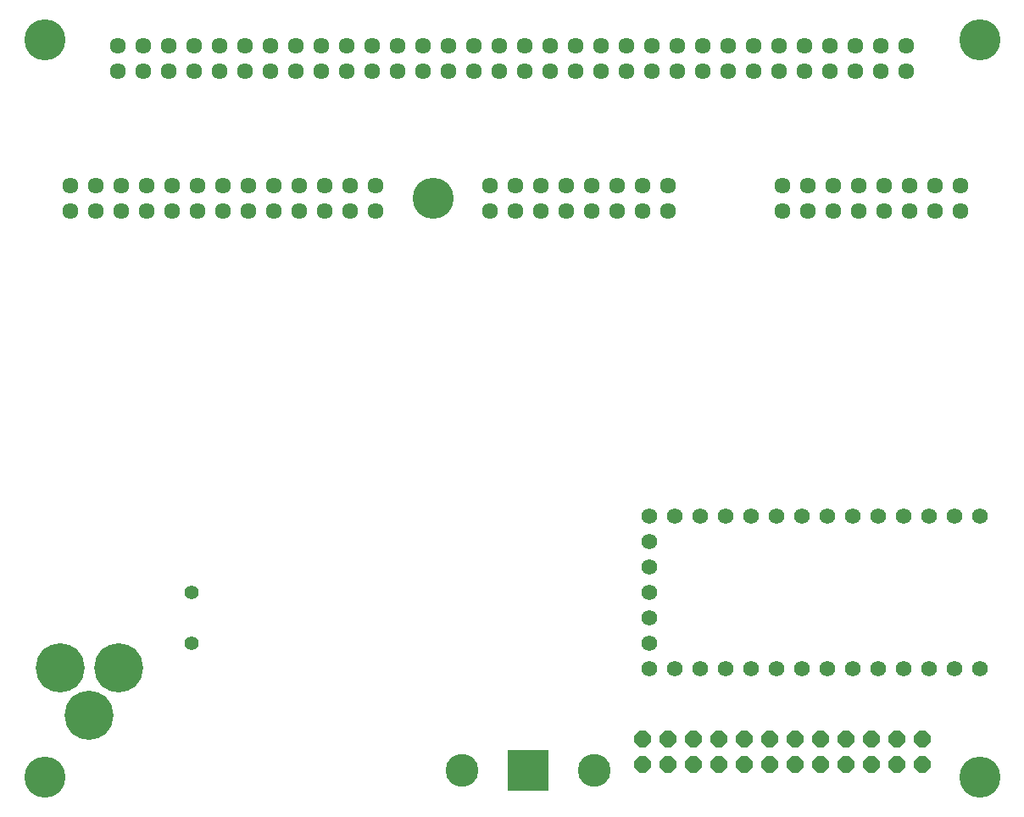
<source format=gbs>
G04 EAGLE Gerber RS-274X export*
G75*
%MOMM*%
%FSLAX34Y34*%
%LPD*%
%AMOC8*
5,1,8,0,0,1.08239X$1,22.5*%
G01*
%ADD10C,4.101600*%
%ADD11C,1.574800*%
%ADD12R,4.064000X4.064000*%
%ADD13C,3.276600*%
%ADD14C,4.901600*%
%ADD15C,1.409600*%
%ADD16C,1.609600*%
%ADD17P,1.759533X8X22.500000*%


D10*
X965200Y31750D03*
X31750Y31750D03*
X31750Y768350D03*
X965200Y768350D03*
X419100Y609600D03*
D11*
X965200Y292100D03*
X939800Y292100D03*
X914400Y292100D03*
X889000Y292100D03*
X863600Y292100D03*
X838200Y292100D03*
X812800Y292100D03*
X787400Y292100D03*
X762000Y292100D03*
X736600Y292100D03*
X711200Y292100D03*
X685800Y292100D03*
X660400Y292100D03*
X635000Y292100D03*
X635000Y266700D03*
X635000Y241300D03*
X635000Y215900D03*
X635000Y190500D03*
X635000Y165100D03*
X635000Y139700D03*
X660400Y139700D03*
X685800Y139700D03*
X711200Y139700D03*
X736600Y139700D03*
X762000Y139700D03*
X787400Y139700D03*
X812800Y139700D03*
X838200Y139700D03*
X863600Y139700D03*
X889000Y139700D03*
X914400Y139700D03*
X939800Y139700D03*
X965200Y139700D03*
D12*
X514350Y38100D03*
D13*
X580390Y38100D03*
X448310Y38100D03*
D14*
X75600Y93700D03*
X105600Y140700D03*
X46600Y140700D03*
D15*
X177800Y165100D03*
X177800Y215900D03*
D16*
X476250Y622300D03*
X476250Y596900D03*
X501650Y622300D03*
X501650Y596900D03*
X527050Y622300D03*
X527050Y596900D03*
X552450Y622300D03*
X552450Y596900D03*
X577850Y622300D03*
X577850Y596900D03*
X603250Y622300D03*
X603250Y596900D03*
X628650Y622300D03*
X628650Y596900D03*
X654050Y622300D03*
X654050Y596900D03*
X768350Y622300D03*
X768350Y596900D03*
X793750Y622300D03*
X793750Y596900D03*
X819150Y622300D03*
X819150Y596900D03*
X844550Y622300D03*
X844550Y596900D03*
X869950Y622300D03*
X869950Y596900D03*
X895350Y622300D03*
X895350Y596900D03*
X920750Y622300D03*
X920750Y596900D03*
X946150Y622300D03*
X946150Y596900D03*
X57150Y622300D03*
X57150Y596900D03*
X82550Y622300D03*
X82550Y596900D03*
X107950Y622300D03*
X107950Y596900D03*
X133350Y622300D03*
X133350Y596900D03*
X158750Y622300D03*
X158750Y596900D03*
X184150Y622300D03*
X184150Y596900D03*
X209550Y622300D03*
X209550Y596900D03*
X234950Y622300D03*
X234950Y596900D03*
X260350Y622300D03*
X260350Y596900D03*
X285750Y622300D03*
X285750Y596900D03*
X311150Y622300D03*
X311150Y596900D03*
X336550Y622300D03*
X336550Y596900D03*
X361950Y622300D03*
X361950Y596900D03*
X104775Y736600D03*
X104775Y762000D03*
X130175Y736600D03*
X130175Y762000D03*
X155575Y736600D03*
X155575Y762000D03*
X180975Y736600D03*
X180975Y762000D03*
X206375Y736600D03*
X206375Y762000D03*
X231775Y736600D03*
X231775Y762000D03*
X257175Y736600D03*
X257175Y762000D03*
X282575Y736600D03*
X282575Y762000D03*
X307975Y736600D03*
X307975Y762000D03*
X333375Y736600D03*
X333375Y762000D03*
X358775Y736600D03*
X358775Y762000D03*
X384175Y736600D03*
X384175Y762000D03*
X409575Y736600D03*
X409575Y762000D03*
X434975Y736600D03*
X434975Y762000D03*
X460375Y736600D03*
X460375Y762000D03*
X485775Y736600D03*
X485775Y762000D03*
X511175Y736600D03*
X511175Y762000D03*
X536575Y736600D03*
X536575Y762000D03*
X561975Y736600D03*
X561975Y762000D03*
X587375Y736600D03*
X587375Y762000D03*
X612775Y736600D03*
X612775Y762000D03*
X638175Y736600D03*
X638175Y762000D03*
X663575Y736600D03*
X663575Y762000D03*
X688975Y736600D03*
X688975Y762000D03*
X714375Y736600D03*
X714375Y762000D03*
X739775Y736600D03*
X739775Y762000D03*
X765175Y736600D03*
X765175Y762000D03*
X790575Y736600D03*
X790575Y762000D03*
X815975Y736600D03*
X815975Y762000D03*
X841375Y736600D03*
X841375Y762000D03*
X866775Y736600D03*
X866775Y762000D03*
X892175Y736600D03*
X892175Y762000D03*
D17*
X628650Y44450D03*
X654050Y44450D03*
X679450Y44450D03*
X704850Y44450D03*
X730250Y44450D03*
X755650Y44450D03*
X628650Y69850D03*
X654050Y69850D03*
X679450Y69850D03*
X704850Y69850D03*
X730250Y69850D03*
X755650Y69850D03*
X781050Y44450D03*
X806450Y44450D03*
X831850Y44450D03*
X857250Y44450D03*
X882650Y44450D03*
X908050Y44450D03*
X781050Y69850D03*
X806450Y69850D03*
X831850Y69850D03*
X857250Y69850D03*
X882650Y69850D03*
X908050Y69850D03*
M02*

</source>
